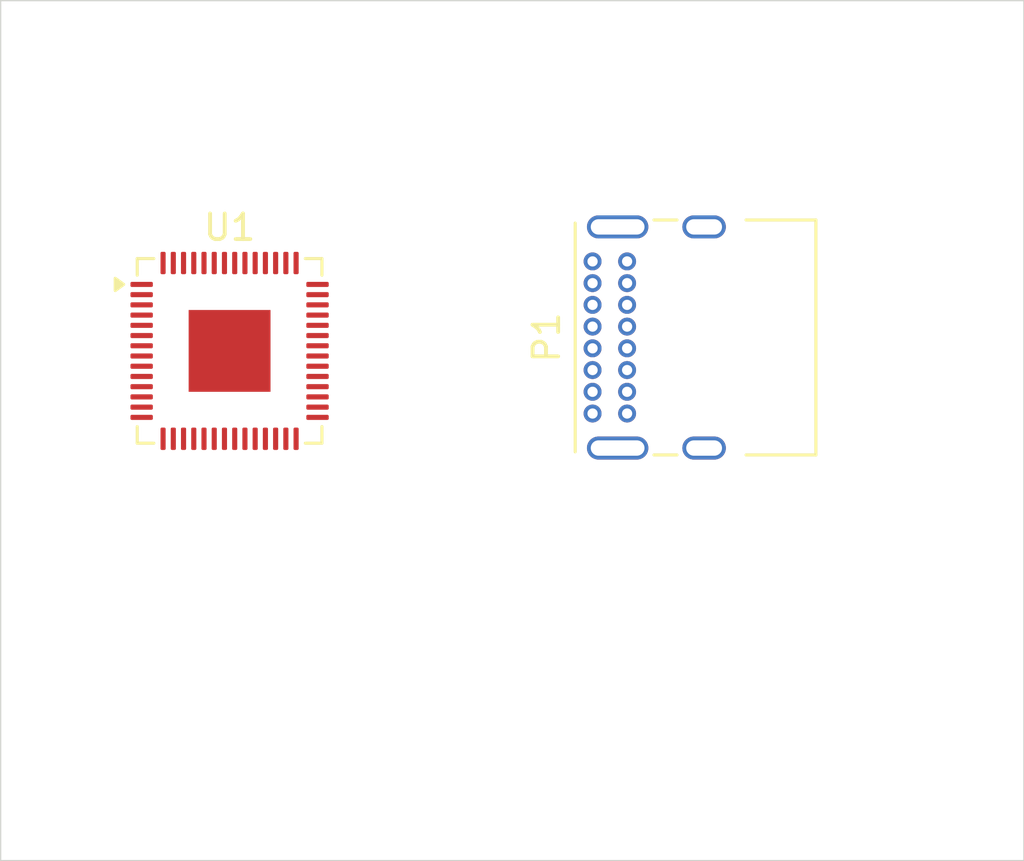
<source format=kicad_pcb>
(kicad_pcb (version 20241229) (generator "pcbnew") (generator_version "9.0")
  (layers (0 "F.Cu" signal) (2 "B.Cu" signal) (13 "F.Paste" user) (15 "B.Paste" user) (5 "F.SilkS" user "F.Silkscreen") (7 "B.SilkS" user "B.Silkscreen") (1 "F.Mask" user) (3 "B.Mask" user) (25 "Edge.Cuts" user))
  (net 0 "")
  (net 4 "Net-(U1-IOVDD-Pad1)")
  (net 5 "Net-(U1-DVDD-Pad23)")
  (net 23 "Net-(P1-D-)")
  (net 24 "Net-(P1-D+)")
  (net 53 "Net-(P1-VBUS-PadA4)")
  (net 55 "Net-(P1-GND-PadA1)")
  (footprint "Package_DFN_QFN:QFN-56-1EP_7x7mm_P0.4mm_EP3.2x3.2mm" (layer "F.Cu") (at 139.95 79.2)
    (property "Reference" "U1" (at 0 -4.83 0) (layer "F.SilkS"))
    (property "Value" "RP2040")
    (fp_line (start -3.61 -3.61) (end -2.96 -3.61) (stroke (width 0.12)) (layer "F.SilkS"))
    (fp_line (start -3.61 -2.96) (end -3.61 -3.61) (stroke (width 0.12)) (layer "F.SilkS"))
    (fp_line (start -3.61 3.61) (end -3.61 2.96) (stroke (width 0.12)) (layer "F.SilkS"))
    (fp_line (start -2.96 3.61) (end -3.61 3.61) (stroke (width 0.12)) (layer "F.SilkS"))
    (fp_line (start 2.96 -3.61) (end 3.61 -3.61) (stroke (width 0.12)) (layer "F.SilkS"))
    (fp_line (start 3.61 -3.61) (end 3.61 -2.96) (stroke (width 0.12)) (layer "F.SilkS"))
    (fp_line (start 3.61 2.96) (end 3.61 3.61) (stroke (width 0.12)) (layer "F.SilkS"))
    (fp_line (start 3.61 3.61) (end 2.96 3.61) (stroke (width 0.12)) (layer "F.SilkS"))
    (fp_poly (pts (xy -4.14 -2.6) (xy -4.47 -2.36) (xy -4.47 -2.84)) (stroke (width 0.12)) (fill yes) (layer "F.SilkS"))
    (pad "1" smd roundrect (at -3.4375 -2.6) (size 0.875 0.2) (layers "F.Cu" "F.Mask" "F.Paste") (net 4 "Net-(U1-IOVDD-Pad1)"))
    (pad "2" smd roundrect (at -3.4375 -2.2) (size 0.875 0.2) (layers "F.Cu" "F.Mask" "F.Paste"))
    (pad "3" smd roundrect (at -3.4375 -1.8) (size 0.875 0.2) (layers "F.Cu" "F.Mask" "F.Paste"))
    (pad "4" smd roundrect (at -3.4375 -1.4) (size 0.875 0.2) (layers "F.Cu" "F.Mask" "F.Paste"))
    (pad "5" smd roundrect (at -3.4375 -1) (size 0.875 0.2) (layers "F.Cu" "F.Mask" "F.Paste"))
    (pad "6" smd roundrect (at -3.4375 -0.6) (size 0.875 0.2) (layers "F.Cu" "F.Mask" "F.Paste"))
    (pad "7" smd roundrect (at -3.4375 -0.2) (size 0.875 0.2) (layers "F.Cu" "F.Mask" "F.Paste"))
    (pad "8" smd roundrect (at -3.4375 0.2) (size 0.875 0.2) (layers "F.Cu" "F.Mask" "F.Paste"))
    (pad "9" smd roundrect (at -3.4375 0.6) (size 0.875 0.2) (layers "F.Cu" "F.Mask" "F.Paste"))
    (pad "10" smd roundrect (at -3.4375 1) (size 0.875 0.2) (layers "F.Cu" "F.Mask" "F.Paste") (net 4 "Net-(U1-IOVDD-Pad1)"))
    (pad "11" smd roundrect (at -3.4375 1.4) (size 0.875 0.2) (layers "F.Cu" "F.Mask" "F.Paste"))
    (pad "12" smd roundrect (at -3.4375 1.8) (size 0.875 0.2) (layers "F.Cu" "F.Mask" "F.Paste"))
    (pad "13" smd roundrect (at -3.4375 2.2) (size 0.875 0.2) (layers "F.Cu" "F.Mask" "F.Paste"))
    (pad "14" smd roundrect (at -3.4375 2.6) (size 0.875 0.2) (layers "F.Cu" "F.Mask" "F.Paste"))
    (pad "15" smd roundrect (at -2.6 3.4375) (size 0.2 0.875) (layers "F.Cu" "F.Mask" "F.Paste"))
    (pad "16" smd roundrect (at -2.2 3.4375) (size 0.2 0.875) (layers "F.Cu" "F.Mask" "F.Paste"))
    (pad "17" smd roundrect (at -1.8 3.4375) (size 0.2 0.875) (layers "F.Cu" "F.Mask" "F.Paste"))
    (pad "18" smd roundrect (at -1.4 3.4375) (size 0.2 0.875) (layers "F.Cu" "F.Mask" "F.Paste"))
    (pad "19" smd roundrect (at -1 3.4375) (size 0.2 0.875) (layers "F.Cu" "F.Mask" "F.Paste"))
    (pad "20" smd roundrect (at -0.6 3.4375) (size 0.2 0.875) (layers "F.Cu" "F.Mask" "F.Paste"))
    (pad "21" smd roundrect (at -0.2 3.4375) (size 0.2 0.875) (layers "F.Cu" "F.Mask" "F.Paste"))
    (pad "22" smd roundrect (at 0.2 3.4375) (size 0.2 0.875) (layers "F.Cu" "F.Mask" "F.Paste") (net 4 "Net-(U1-IOVDD-Pad1)"))
    (pad "23" smd roundrect (at 0.6 3.4375) (size 0.2 0.875) (layers "F.Cu" "F.Mask" "F.Paste") (net 5 "Net-(U1-DVDD-Pad23)"))
    (pad "24" smd roundrect (at 1 3.4375) (size 0.2 0.875) (layers "F.Cu" "F.Mask" "F.Paste"))
    (pad "25" smd roundrect (at 1.4 3.4375) (size 0.2 0.875) (layers "F.Cu" "F.Mask" "F.Paste"))
    (pad "26" smd roundrect (at 1.8 3.4375) (size 0.2 0.875) (layers "F.Cu" "F.Mask" "F.Paste"))
    (pad "27" smd roundrect (at 2.2 3.4375) (size 0.2 0.875) (layers "F.Cu" "F.Mask" "F.Paste"))
    (pad "28" smd roundrect (at 2.6 3.4375) (size 0.2 0.875) (layers "F.Cu" "F.Mask" "F.Paste"))
    (pad "29" smd roundrect (at 3.4375 2.6) (size 0.875 0.2) (layers "F.Cu" "F.Mask" "F.Paste"))
    (pad "30" smd roundrect (at 3.4375 2.2) (size 0.875 0.2) (layers "F.Cu" "F.Mask" "F.Paste"))
    (pad "31" smd roundrect (at 3.4375 1.8) (size 0.875 0.2) (layers "F.Cu" "F.Mask" "F.Paste"))
    (pad "32" smd roundrect (at 3.4375 1.4) (size 0.875 0.2) (layers "F.Cu" "F.Mask" "F.Paste"))
    (pad "33" smd roundrect (at 3.4375 1) (size 0.875 0.2) (layers "F.Cu" "F.Mask" "F.Paste") (net 4 "Net-(U1-IOVDD-Pad1)"))
    (pad "34" smd roundrect (at 3.4375 0.6) (size 0.875 0.2) (layers "F.Cu" "F.Mask" "F.Paste"))
    (pad "35" smd roundrect (at 3.4375 0.2) (size 0.875 0.2) (layers "F.Cu" "F.Mask" "F.Paste"))
    (pad "36" smd roundrect (at 3.4375 -0.2) (size 0.875 0.2) (layers "F.Cu" "F.Mask" "F.Paste"))
    (pad "37" smd roundrect (at 3.4375 -0.6) (size 0.875 0.2) (layers "F.Cu" "F.Mask" "F.Paste"))
    (pad "38" smd roundrect (at 3.4375 -1) (size 0.875 0.2) (layers "F.Cu" "F.Mask" "F.Paste"))
    (pad "39" smd roundrect (at 3.4375 -1.4) (size 0.875 0.2) (layers "F.Cu" "F.Mask" "F.Paste"))
    (pad "40" smd roundrect (at 3.4375 -1.8) (size 0.875 0.2) (layers "F.Cu" "F.Mask" "F.Paste"))
    (pad "41" smd roundrect (at 3.4375 -2.2) (size 0.875 0.2) (layers "F.Cu" "F.Mask" "F.Paste"))
    (pad "42" smd roundrect (at 3.4375 -2.6) (size 0.875 0.2) (layers "F.Cu" "F.Mask" "F.Paste") (net 4 "Net-(U1-IOVDD-Pad1)"))
    (pad "43" smd roundrect (at 2.6 -3.4375) (size 0.2 0.875) (layers "F.Cu" "F.Mask" "F.Paste"))
    (pad "44" smd roundrect (at 2.2 -3.4375) (size 0.2 0.875) (layers "F.Cu" "F.Mask" "F.Paste"))
    (pad "45" smd roundrect (at 1.8 -3.4375) (size 0.2 0.875) (layers "F.Cu" "F.Mask" "F.Paste"))
    (pad "46" smd roundrect (at 1.4 -3.4375) (size 0.2 0.875) (layers "F.Cu" "F.Mask" "F.Paste") (net 23 "Net-(P1-D-)"))
    (pad "47" smd roundrect (at 1 -3.4375) (size 0.2 0.875) (layers "F.Cu" "F.Mask" "F.Paste") (net 24 "Net-(P1-D+)"))
    (pad "48" smd roundrect (at 0.6 -3.4375) (size 0.2 0.875) (layers "F.Cu" "F.Mask" "F.Paste"))
    (pad "49" smd roundrect (at 0.2 -3.4375) (size 0.2 0.875) (layers "F.Cu" "F.Mask" "F.Paste") (net 4 "Net-(U1-IOVDD-Pad1)"))
    (pad "50" smd roundrect (at -0.2 -3.4375) (size 0.2 0.875) (layers "F.Cu" "F.Mask" "F.Paste") (net 5 "Net-(U1-DVDD-Pad23)"))
    (pad "51" smd roundrect (at -0.6 -3.4375) (size 0.2 0.875) (layers "F.Cu" "F.Mask" "F.Paste"))
    (pad "52" smd roundrect (at -1 -3.4375) (size 0.2 0.875) (layers "F.Cu" "F.Mask" "F.Paste"))
    (pad "53" smd roundrect (at -1.4 -3.4375) (size 0.2 0.875) (layers "F.Cu" "F.Mask" "F.Paste"))
    (pad "54" smd roundrect (at -1.8 -3.4375) (size 0.2 0.875) (layers "F.Cu" "F.Mask" "F.Paste"))
    (pad "55" smd roundrect (at -2.2 -3.4375) (size 0.2 0.875) (layers "F.Cu" "F.Mask" "F.Paste"))
    (pad "56" smd roundrect (at -2.6 -3.4375) (size 0.2 0.875) (layers "F.Cu" "F.Mask" "F.Paste"))
    (pad "57" smd rect (at 0 0) (size 3.2 3.2) (property pad_prop_heatsink) (layers "F.Cu" "F.Mask"))
  )
  (footprint "Connector_USB:USB_C_Receptacle_GCT_USB4085" (layer "F.Cu") (at 154.14 81.65 90)
    (property "Reference" "P1" (at 2.975 -1.8 90) (layer "F.SilkS"))
    (property "Value" "USB_C_Plug_USB2.0")
    (fp_line (start -1.5 -0.68) (end 7.45 -0.68) (stroke (width 0.12)) (layer "F.SilkS"))
    (fp_line (start 7.57 2.4) (end 7.57 3.3) (stroke (width 0.12)) (layer "F.SilkS"))
    (fp_line (start -1.62 2.4) (end -1.62 3.3) (stroke (width 0.12)) (layer "F.SilkS"))
    (fp_line (start 7.57 6) (end 7.57 8.73) (stroke (width 0.12)) (layer "F.SilkS"))
    (fp_line (start -1.62 6) (end -1.62 8.73) (stroke (width 0.12)) (layer "F.SilkS"))
    (fp_line (start -1.62 8.73) (end 7.57 8.73) (stroke (width 0.12)) (layer "F.SilkS"))
    (pad "A1" thru_hole circle (at 0 0 90) (size 0.7 0.7) (drill 0.4) (layers "*.Cu" "*.Mask") (net 55 "Net-(P1-GND-PadA1)"))
    (pad "A4" thru_hole circle (at 0.85 0 90) (size 0.7 0.7) (drill 0.4) (layers "*.Cu" "*.Mask") (net 53 "Net-(P1-VBUS-PadA4)"))
    (pad "A5" thru_hole circle (at 1.7 0 90) (size 0.7 0.7) (drill 0.4) (layers "*.Cu" "*.Mask"))
    (pad "A6" thru_hole circle (at 2.55 0 90) (size 0.7 0.7) (drill 0.4) (layers "*.Cu" "*.Mask") (net 24 "Net-(P1-D+)"))
    (pad "A7" thru_hole circle (at 3.4 0 90) (size 0.7 0.7) (drill 0.4) (layers "*.Cu" "*.Mask") (net 23 "Net-(P1-D-)"))
    (pad "A8" thru_hole circle (at 4.25 0 90) (size 0.7 0.7) (drill 0.4) (layers "*.Cu" "*.Mask"))
    (pad "A9" thru_hole circle (at 5.1 0 90) (size 0.7 0.7) (drill 0.4) (layers "*.Cu" "*.Mask") (net 53 "Net-(P1-VBUS-PadA4)"))
    (pad "A12" thru_hole circle (at 5.95 0 90) (size 0.7 0.7) (drill 0.4) (layers "*.Cu" "*.Mask") (net 55 "Net-(P1-GND-PadA1)"))
    (pad "B1" thru_hole circle (at 5.95 1.35 90) (size 0.7 0.7) (drill 0.4) (layers "*.Cu" "*.Mask") (net 55 "Net-(P1-GND-PadA1)"))
    (pad "B4" thru_hole circle (at 5.1 1.35 90) (size 0.7 0.7) (drill 0.4) (layers "*.Cu" "*.Mask") (net 53 "Net-(P1-VBUS-PadA4)"))
    (pad "B5" thru_hole circle (at 4.25 1.35 90) (size 0.7 0.7) (drill 0.4) (layers "*.Cu" "*.Mask"))
    (pad "B6" thru_hole circle (at 3.4 1.35 90) (size 0.7 0.7) (drill 0.4) (layers "*.Cu" "*.Mask"))
    (pad "B7" thru_hole circle (at 2.55 1.35 90) (size 0.7 0.7) (drill 0.4) (layers "*.Cu" "*.Mask"))
    (pad "B8" thru_hole circle (at 1.7 1.35 90) (size 0.7 0.7) (drill 0.4) (layers "*.Cu" "*.Mask"))
    (pad "B9" thru_hole circle (at 0.85 1.35 90) (size 0.7 0.7) (drill 0.4) (layers "*.Cu" "*.Mask") (net 53 "Net-(P1-VBUS-PadA4)"))
    (pad "B12" thru_hole circle (at 0 1.35 90) (size 0.7 0.7) (drill 0.4) (layers "*.Cu" "*.Mask") (net 55 "Net-(P1-GND-PadA1)"))
    (pad "S1" thru_hole oval (at -1.35 0.98 90) (size 0.9 2.4) (drill oval 0.6 2.1) (layers "*.Cu" "*.Mask"))
    (pad "S1" thru_hole oval (at -1.35 4.36 90) (size 0.9 1.7) (drill oval 0.6 1.4) (layers "*.Cu" "*.Mask"))
    (pad "S1" thru_hole oval (at 7.3 0.98 90) (size 0.9 2.4) (drill oval 0.6 2.1) (layers "*.Cu" "*.Mask"))
    (pad "S1" thru_hole oval (at 7.3 4.36 90) (size 0.9 1.7) (drill oval 0.6 1.4) (layers "*.Cu" "*.Mask"))
  )
  (gr_rect (start 131 65.5) (end 171 99.13744) (stroke (width 0.05)) (fill no) (layer "Edge.Cuts"))
)
</source>
